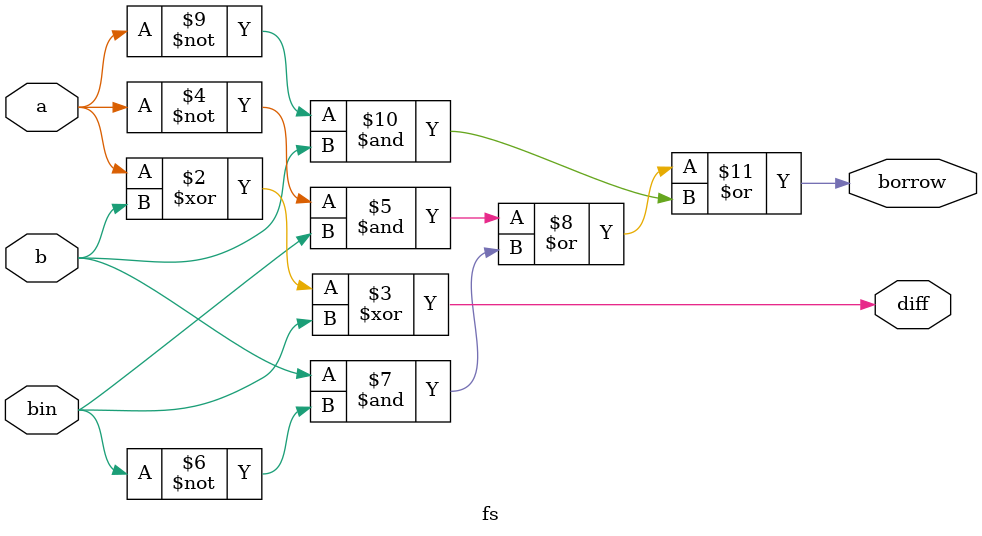
<source format=v>
`timescale 1ns / 1ps
module fs(input a, b, bin, output reg diff, borrow);
  always @ (*) begin
    diff   = a ^ b ^ bin;
    borrow = (~a & bin) | (b & ~bin) | (~a & b);
  end
endmodule

//Dataflow Modelling //
/* module fs(input a, b, bin, output diff, borrow);
  assign diff   = a ^ b ^ bin;
  assign borrow = (~a & b) | (~a & bin) | (b & bin);
endmodule */

//Gate level Modelling //
/* module fs(input a, b, bin, output diff, borrow);
  wire d1, b1, b2, b3;

  // Difference
  xor (d1, a, b);
  xor (diff, d1, bin);

  // Borrow
  and (b1, ~a, b);
  and (b2, ~a, bin);
  and (b3, b, bin);
  or  (borrow, b1, b2, b3);
endmodule */
</source>
